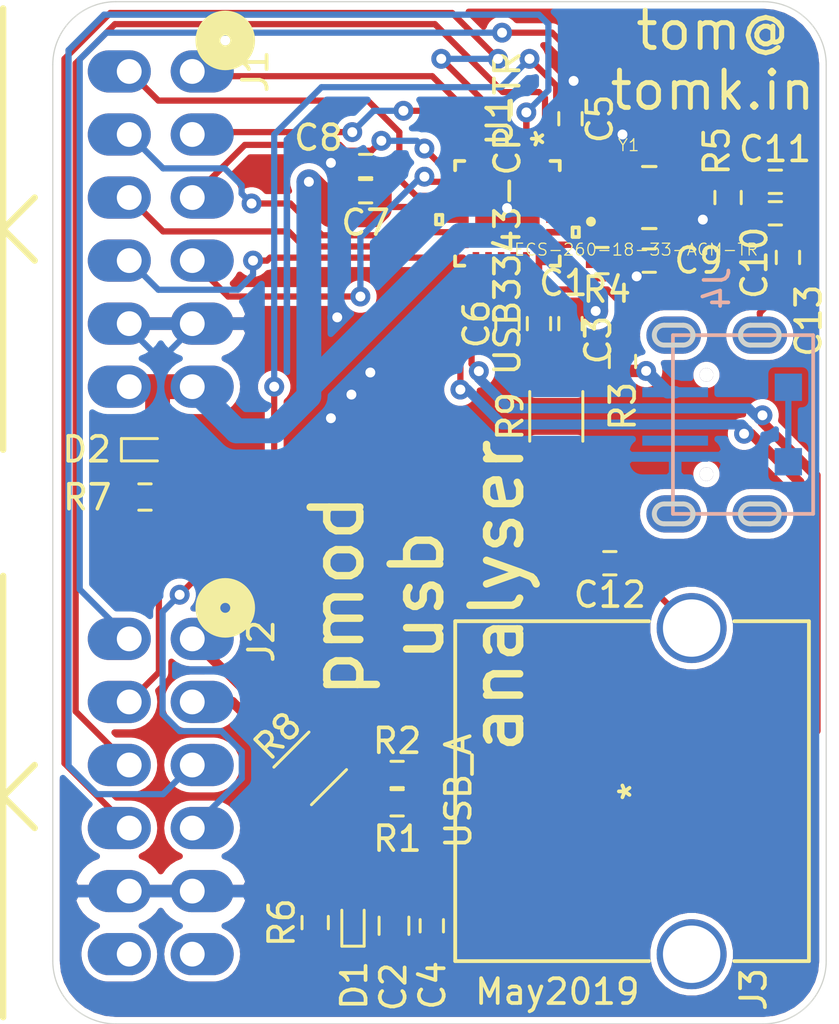
<source format=kicad_pcb>
(kicad_pcb (version 20171130) (host pcbnew 5.1.1)
  (layers (0 F.Cu signal) (31 B.Cu signal) (34 B.Paste user) (35 F.Paste user) (36 B.SilkS user) (37 F.SilkS user) (38 B.Mask user) (39 F.Mask user) (44 Edge.Cuts user))
  (net 0 "")
  (net 1 +3V3)
  (net 2 GND)
  (net 3 "Net-(D1-Pad1)")
  (net 4 "Net-(D2-Pad1)")
  (net 5 "Net-(J2-Pad2)")
  (net 6 USB_DP)
  (net 7 USB_DN)
  (net 8 /VBUS)
  (net 9 /VDD18)
  (net 10 /VDD33)
  (net 11 /ID)
  (net 12 /X0)
  (net 13 /XI)
  (net 14 /J3_SHIELD)
  (net 15 /J4_SHIELD)
  (net 16 /DATA3)
  (net 17 /DATA7)
  (net 18 /DATA2)
  (net 19 /DATA6)
  (net 20 /DATA1)
  (net 21 /DATA5)
  (net 22 /DATA0)
  (net 23 /DATA4)
  (net 24 /STP)
  (net 25 /CLKOUT)
  (net 26 /DIR)
  (net 27 /USER_LED)
  (net 28 /NXT)
  (net 29 /RESETB)
  (net 30 /VBUS_SENSE)
  (net 31 /RBIAS)
  (net 32 /USB_TAP_DP)
  (net 33 VBUS2)
  (net 34 /VBUS1)
  (module Resistors_SMD:R_1206 (layer F.Cu) (at 60.3885 55.806 90)
    (fp_text reference R9 (at 0 -1.85 90) (layer F.SilkS))
    (fp_text value R)
    (pad 1 smd rect (at -1.45 0 90) (size 0.9 1.7) (layers F.Cu F.Paste F.Mask) (net 34 /VBUS1))
    (pad 2 smd rect (at 1.45 0 90) (size 0.9 1.7) (layers F.Cu F.Paste F.Mask) (net 33 VBUS2))
  )
  (module Resistors_SMD:R_1206 (layer F.Cu) (at 50.473195 69.986305 45)
    (fp_text reference R8 (at 0 -1.85 45) (layer F.SilkS))
    (fp_text value R)
    (pad 1 smd rect (at -1.45 0 45) (size 0.9 1.7) (layers F.Cu F.Paste F.Mask) (net 8 /VBUS))
    (pad 2 smd rect (at 1.45 0 45) (size 0.9 1.7) (layers F.Cu F.Paste F.Mask) (net 34 /VBUS1))
  )
  (module 875832010BLF:87583-2010BLF (layer F.Cu) (at 63.454827 70.912155 90)
    (fp_text reference J3 (at -7.980245 4.883873 90) (layer F.SilkS))
    (fp_text value USB_A (at 0.008055 -7.012627 90) (layer F.SilkS))
    (fp_text user * (at 0 0 90) (layer F.SilkS))
    (pad 5 thru_hole circle (at 6.578055 2.387372 180) (size 2.8194 2.8194) (drill 2.3114) (layers *.Cu *.Mask) (net 14 /J3_SHIELD))
    (pad 5 thru_hole circle (at -6.561945 2.387372 180) (size 2.8194 2.8194) (drill 2.3114) (layers *.Cu *.Mask) (net 14 /J3_SHIELD))
    (pad 4 smd rect (at 3.508055 -1.221427 90) (size 1.12 2.879999) (layers F.Cu F.Paste F.Mask) (net 2 GND))
    (pad 3 smd rect (at 1.008056 -1.221427 90) (size 1.12 2.879999) (layers F.Cu F.Paste F.Mask) (net 6 USB_DP))
    (pad 2 smd rect (at -0.991945 -1.221427 90) (size 1.12 2.879999) (layers F.Cu F.Paste F.Mask) (net 7 USB_DN))
    (pad 1 smd rect (at -3.491945 -1.221427 90) (size 1.12 2.879999) (layers F.Cu F.Paste F.Mask) (net 8 /VBUS))
  )
  (module Capacitors_SMD:C_0402 (layer F.Cu) (at 62.5475 61.722 180)
    (fp_text reference C12 (at 0 -1.27) (layer F.SilkS))
    (fp_text value 0.1uF/6.3V)
    (pad 1 smd rect (at -0.55 0 180) (size 0.6 0.5) (layers F.Cu F.Paste F.Mask) (net 14 /J3_SHIELD))
    (pad 2 smd rect (at 0.55 0 180) (size 0.6 0.5) (layers F.Cu F.Paste F.Mask) (net 2 GND))
  )
  (module ECS-260-18-33-AGM-TR:XTAL_ECS-260-18-33-AGM-TR (layer F.Cu) (at 64.135 46.99)
    (fp_text reference Y1 (at -0.832512 -2.10913) (layer F.SilkS) (effects (font (size 0.480987 0.480987) (thickness 0.05))))
    (fp_text value ECS-260-18-33-AGM-TR (at -0.526667 2.09786) (layer F.SilkS) (effects (font (size 0.480609 0.480609) (thickness 0.05))))
    (pad 4 smd rect (at -1.15 -0.9) (size 1.3 1.1) (layers F.Cu F.Paste F.Mask) (net 2 GND))
    (pad 3 smd rect (at 1.15 -0.9) (size 1.3 1.1) (layers F.Cu F.Paste F.Mask) (net 13 /XI))
    (pad 2 smd rect (at 1.15 0.9) (size 1.3 1.1) (layers F.Cu F.Paste F.Mask) (net 2 GND))
    (pad 1 smd rect (at -1.15 0.9) (size 1.3 1.1) (layers F.Cu F.Paste F.Mask) (net 12 /X0))
  )
  (module footprints:USB3343-CP-TR (layer F.Cu) (at 58.42 47.625 270)
    (fp_text reference U1 (at -3.72872 0.30988 90) (layer F.SilkS))
    (fp_text value USB3343-CP-TR (at 0 0 90) (layer F.SilkS))
    (fp_text user * (at -3.005099 -1.524 90) (layer F.SilkS))
    (pad 25 smd rect (at 0 0 270) (size 2.5908 2.5908) (layers F.Cu F.Paste F.Mask) (net 2 GND))
    (pad 24 smd rect (at -1.27 -1.9661 270) (size 0.2648 0.807999) (layers F.Cu F.Paste F.Mask) (net 24 /STP))
    (pad 23 smd rect (at -0.762 -1.9661 270) (size 0.2648 0.807999) (layers F.Cu F.Paste F.Mask) (net 9 /VDD18))
    (pad 22 smd rect (at -0.254 -1.9661 270) (size 0.2648 0.807999) (layers F.Cu F.Paste F.Mask) (net 29 /RESETB))
    (pad 21 smd rect (at 0.254 -1.9661 270) (size 0.2648 0.807999) (layers F.Cu F.Paste F.Mask) (net 13 /XI))
    (pad 20 smd rect (at 0.762 -1.9661 270) (size 0.2648 0.807999) (layers F.Cu F.Paste F.Mask) (net 12 /X0))
    (pad 19 smd rect (at 1.27 -1.9661 270) (size 0.2648 0.807999) (layers F.Cu F.Paste F.Mask) (net 31 /RBIAS))
    (pad 18 smd rect (at 1.9661 -1.27) (size 0.2648 0.807999) (layers F.Cu F.Paste F.Mask) (net 11 /ID))
    (pad 17 smd rect (at 1.9661 -0.762) (size 0.2648 0.807999) (layers F.Cu F.Paste F.Mask) (net 30 /VBUS_SENSE))
    (pad 16 smd rect (at 1.9661 -0.254) (size 0.2648 0.807999) (layers F.Cu F.Paste F.Mask) (net 1 +3V3))
    (pad 15 smd rect (at 1.9661 0.254) (size 0.2648 0.807999) (layers F.Cu F.Paste F.Mask) (net 10 /VDD33))
    (pad 14 smd rect (at 1.9661 0.762) (size 0.2648 0.807999) (layers F.Cu F.Paste F.Mask) (net 7 USB_DN))
    (pad 13 smd rect (at 1.9661 1.27) (size 0.2648 0.807999) (layers F.Cu F.Paste F.Mask) (net 6 USB_DP))
    (pad 12 smd rect (at 1.27 1.9661 270) (size 0.2648 0.807999) (layers F.Cu F.Paste F.Mask) (net 17 /DATA7))
    (pad 11 smd rect (at 0.762 1.9661 270) (size 0.2648 0.807999) (layers F.Cu F.Paste F.Mask) (net 19 /DATA6))
    (pad 10 smd rect (at 0.254 1.9661 270) (size 0.2648 0.807999) (layers F.Cu F.Paste F.Mask) (net 21 /DATA5))
    (pad 9 smd rect (at -0.254 1.9661 270) (size 0.2648 0.807999) (layers F.Cu F.Paste F.Mask) (net 1 +3V3))
    (pad 8 smd rect (at -0.762 1.9661 270) (size 0.2648 0.807999) (layers F.Cu F.Paste F.Mask) (net 23 /DATA4))
    (pad 7 smd rect (at -1.27 1.9661 270) (size 0.2648 0.807999) (layers F.Cu F.Paste F.Mask) (net 16 /DATA3))
    (pad 6 smd rect (at -1.9661 1.27) (size 0.2648 0.807999) (layers F.Cu F.Paste F.Mask) (net 18 /DATA2))
    (pad 5 smd rect (at -1.9661 0.762) (size 0.2648 0.807999) (layers F.Cu F.Paste F.Mask) (net 20 /DATA1))
    (pad 4 smd rect (at -1.9661 0.254) (size 0.2648 0.807999) (layers F.Cu F.Paste F.Mask) (net 22 /DATA0))
    (pad 3 smd rect (at -1.9661 -0.254) (size 0.2648 0.807999) (layers F.Cu F.Paste F.Mask) (net 28 /NXT))
    (pad 2 smd rect (at -1.9661 -0.762) (size 0.2648 0.807999) (layers F.Cu F.Paste F.Mask) (net 25 /CLKOUT))
    (pad 1 smd rect (at -1.9661 -1.27) (size 0.2648 0.807999) (layers F.Cu F.Paste F.Mask) (net 26 /DIR))
  )
  (module Resistors_SMD:R_0402 (layer F.Cu) (at 43.815 59.055)
    (fp_text reference R7 (at -2.3241 0.0127) (layer F.SilkS))
    (fp_text value 330R)
    (pad 1 smd rect (at -0.45 0) (size 0.4 0.6) (layers F.Cu F.Paste F.Mask) (net 4 "Net-(D2-Pad1)"))
    (pad 2 smd rect (at 0.45 0) (size 0.4 0.6) (layers F.Cu F.Paste F.Mask) (net 27 /USER_LED))
  )
  (module Resistors_SMD:R_0402 (layer F.Cu) (at 50.673 76.2 90)
    (fp_text reference R6 (at 0 -1.35 90) (layer F.SilkS))
    (fp_text value 1K)
    (pad 1 smd rect (at -0.45 0 90) (size 0.4 0.6) (layers F.Cu F.Paste F.Mask) (net 3 "Net-(D1-Pad1)"))
    (pad 2 smd rect (at 0.45 0 90) (size 0.4 0.6) (layers F.Cu F.Paste F.Mask) (net 2 GND))
  )
  (module Resistors_SMD:R_0402 (layer F.Cu) (at 67.31 46.99 90)
    (fp_text reference R5 (at 1.87452 -0.4572 90) (layer F.SilkS))
    (fp_text value 1M)
    (pad 1 smd rect (at -0.45 0 90) (size 0.4 0.6) (layers F.Cu F.Paste F.Mask) (net 12 /X0))
    (pad 2 smd rect (at 0.45 0 90) (size 0.4 0.6) (layers F.Cu F.Paste F.Mask) (net 13 /XI))
  )
  (module Resistors_SMD:R_0402 (layer F.Cu) (at 62.23 49.53 180)
    (fp_text reference R4 (at -0.19304 -1.17348) (layer F.SilkS))
    (fp_text value 8k06/1%)
    (pad 1 smd rect (at -0.45 0 180) (size 0.4 0.6) (layers F.Cu F.Paste F.Mask) (net 2 GND))
    (pad 2 smd rect (at 0.45 0 180) (size 0.4 0.6) (layers F.Cu F.Paste F.Mask) (net 31 /RBIAS))
  )
  (module Resistors_SMD:R_0402 (layer F.Cu) (at 63.0555 53.594 270)
    (fp_text reference R3 (at 1.8034 -0.0127 90) (layer F.SilkS))
    (fp_text value 10k)
    (pad 1 smd rect (at -0.45 0 270) (size 0.4 0.6) (layers F.Cu F.Paste F.Mask) (net 30 /VBUS_SENSE))
    (pad 2 smd rect (at 0.45 0 270) (size 0.4 0.6) (layers F.Cu F.Paste F.Mask) (net 33 VBUS2))
  )
  (module Resistors_SMD:R_0402 (layer F.Cu) (at 53.975 70.231)
    (fp_text reference R2 (at 0 -1.35) (layer F.SilkS))
    (fp_text value 1k)
    (pad 1 smd rect (at -0.45 0) (size 0.4 0.6) (layers F.Cu F.Paste F.Mask) (net 32 /USB_TAP_DP))
    (pad 2 smd rect (at 0.45 0) (size 0.4 0.6) (layers F.Cu F.Paste F.Mask) (net 6 USB_DP))
  )
  (module Resistors_SMD:R_0402 (layer F.Cu) (at 53.975 71.374)
    (fp_text reference R1 (at 0.0127 1.4478) (layer F.SilkS))
    (fp_text value 1k)
    (pad 1 smd rect (at -0.45 0) (size 0.4 0.6) (layers F.Cu F.Paste F.Mask) (net 5 "Net-(J2-Pad2)"))
    (pad 2 smd rect (at 0.45 0) (size 0.4 0.6) (layers F.Cu F.Paste F.Mask) (net 7 USB_DN))
  )
  (module tom-connectors:USB_MICRO_TAOBAO_SMD_PTH (layer B.Cu) (at 70.739 56.134 270)
    (fp_text reference J4 (at -5.49148 3.87096 270) (layer B.SilkS) (effects (justify mirror)))
    (fp_text value USB_B_Micro hide)
    (fp_line (start 4 2.53) (end 4 1.77) (layer Edge.Cuts) (width 0.2))
    (fp_arc (start 3.6 6) (end 4 6) (angle 180) (layer Edge.Cuts) (width 0.2))
    (fp_line (start 4 6) (end 4 5.24) (layer Edge.Cuts) (width 0.2))
    (fp_line (start 3.2 6) (end 3.2 5.24) (layer Edge.Cuts) (width 0.2))
    (fp_arc (start 3.6 5.24) (end 4 5.24) (angle -180) (layer Edge.Cuts) (width 0.2))
    (fp_arc (start 3.6 2.53) (end 4 2.53) (angle 180) (layer Edge.Cuts) (width 0.2))
    (fp_arc (start 3.6 1.77) (end 4 1.77) (angle -180) (layer Edge.Cuts) (width 0.2))
    (fp_line (start 3.2 2.53) (end 3.2 1.77) (layer Edge.Cuts) (width 0.2))
    (fp_arc (start -3.6 2.53) (end -3.2 2.53) (angle 180) (layer Edge.Cuts) (width 0.2))
    (fp_line (start -3.2 2.53) (end -3.2 1.77) (layer Edge.Cuts) (width 0.2))
    (fp_line (start -4 2.53) (end -4 1.77) (layer Edge.Cuts) (width 0.2))
    (fp_arc (start -3.6 1.77) (end -3.2 1.77) (angle -180) (layer Edge.Cuts) (width 0.2))
    (fp_line (start -4 6) (end -4 5.24) (layer Edge.Cuts) (width 0.2))
    (fp_line (start -3.2 6) (end -3.2 5.24) (layer Edge.Cuts) (width 0.2))
    (fp_arc (start -3.6 5.24) (end -3.2 5.24) (angle -180) (layer Edge.Cuts) (width 0.2))
    (fp_arc (start -3.6 6) (end -3.2 6) (angle 180) (layer Edge.Cuts) (width 0.2))
    (pad 6 smd rect (at -1.5 1 270) (size 1.1 1.1) (layers B.Cu B.Paste B.Mask) (net 15 /J4_SHIELD))
    (pad 6 smd rect (at 1.5 1 270) (size 1.1 1.1) (layers B.Cu B.Paste B.Mask) (net 15 /J4_SHIELD))
    (pad 3 smd rect (at 0 5.56 270) (size 0.4 2.65) (layers B.Cu B.Paste B.Mask) (net 6 USB_DP))
    (pad LOCATE thru_hole circle (at -2 4.3 270) (size 0.55 0.55) (drill 0.55) (layers *.Cu *.Mask))
    (pad LOCATE thru_hole circle (at 2 4.3 270) (size 0.55 0.55) (drill 0.55) (layers *.Cu *.Mask))
    (pad 2 smd rect (at -0.65 5.56 270) (size 0.4 2.65) (layers B.Cu B.Paste B.Mask) (net 7 USB_DN))
    (pad 1 smd rect (at -1.3 5.56 270) (size 0.4 2.65) (layers B.Cu B.Paste B.Mask) (net 33 VBUS2))
    (pad 4 smd rect (at 0.65 5.56 270) (size 0.4 2.65) (layers B.Cu B.Paste B.Mask))
    (pad 5 smd rect (at 1.3 5.56 270) (size 0.4 2.65) (layers B.Cu B.Paste B.Mask) (net 2 GND))
    (pad 6 smd oval (at -3.6 2.15 270) (size 1.5 2.2) (layers B.Cu B.Mask) (net 15 /J4_SHIELD))
    (pad 6 smd oval (at 3.6 2.15 270) (size 1.5 2.2) (layers B.Cu B.Mask) (net 15 /J4_SHIELD))
    (pad 6 smd oval (at 3.6 5.62 270) (size 1.5 2.2) (layers B.Cu B.Mask) (net 15 /J4_SHIELD))
    (pad 6 smd oval (at -3.6 5.62 270) (size 1.5 2.2) (layers B.Cu B.Mask) (net 15 /J4_SHIELD))
    (pad 6 smd oval (at -3.6 5.62 270) (size 1.5 2.2) (layers F.Cu F.Mask) (net 15 /J4_SHIELD))
    (pad 6 smd oval (at -3.6 2.15 270) (size 1.5 2.2) (layers F.Cu F.Mask) (net 15 /J4_SHIELD))
    (pad 6 smd oval (at 3.6 5.62 270) (size 1.5 2.2) (layers F.Cu F.Mask) (net 15 /J4_SHIELD))
    (pad 6 smd oval (at 3.6 2.15 270) (size 1.5 2.2) (layers F.Cu F.Mask) (net 15 /J4_SHIELD))
  )
  (module tom-connectors:PMOD_2X6_PTH_RA_PLUG (layer F.Cu) (at 44.45 71.12 270)
    (fp_text reference J2 (at -6.25348 -4.05384 90) (layer F.SilkS))
    (fp_text value PMOD-2x6-MALE hide)
    (pad 6 thru_hole oval (at 6.35 -1.27 180) (size 2.54 1.7) (drill 1 (offset -0.4 0)) (layers *.Cu *.Mask))
    (pad 12 thru_hole oval (at 6.35 1.27 180) (size 2.54 1.7) (drill 1 (offset 0.4 0)) (layers *.Cu *.Mask))
    (pad 5 thru_hole oval (at 3.81 -1.27 180) (size 2.54 1.7) (drill 1 (offset -0.4 0)) (layers *.Cu *.Mask) (net 2 GND))
    (pad 11 thru_hole oval (at 3.81 1.27 180) (size 2.54 1.7) (drill 1 (offset 0.4 0)) (layers *.Cu *.Mask) (net 2 GND))
    (pad 4 thru_hole oval (at 1.27 -1.27 180) (size 2.54 1.7) (drill 1 (offset -0.4 0)) (layers *.Cu *.Mask) (net 24 /STP))
    (pad 10 thru_hole oval (at 1.27 1.27 180) (size 2.54 1.7) (drill 1 (offset 0.4 0)) (layers *.Cu *.Mask) (net 28 /NXT))
    (pad 3 thru_hole oval (at -1.27 -1.27 180) (size 2.54 1.7) (drill 1 (offset -0.4 0)) (layers *.Cu *.Mask) (net 25 /CLKOUT))
    (pad 9 thru_hole oval (at -1.27 1.27 180) (size 2.54 1.7) (drill 1 (offset 0.4 0)) (layers *.Cu *.Mask) (net 26 /DIR))
    (pad 2 thru_hole oval (at -3.81 -1.27 180) (size 2.54 1.7) (drill 1 (offset -0.4 0)) (layers *.Cu *.Mask) (net 5 "Net-(J2-Pad2)"))
    (pad 8 thru_hole oval (at -3.81 1.27 180) (size 2.54 1.7) (drill 1 (offset 0.4 0)) (layers *.Cu *.Mask) (net 27 /USER_LED))
    (pad 1 thru_hole oval (at -6.35 -1.27 180) (size 2.54 1.7) (drill 1 (offset -0.4 0)) (layers *.Cu *.Mask) (net 32 /USB_TAP_DP))
    (pad 7 thru_hole oval (at -6.35 1.27 180) (size 2.54 1.7) (drill 1 (offset 0.4 0)) (layers *.Cu *.Mask) (net 29 /RESETB))
  )
  (module tom-connectors:PMOD_2X6_PTH_RA_PLUG (layer F.Cu) (at 44.45 48.26 270)
    (fp_text reference J1 (at -6.35 -3.81 90) (layer F.SilkS))
    (fp_text value PMOD-2x6-MALE hide)
    (pad 6 thru_hole oval (at 6.35 -1.27 180) (size 2.54 1.7) (drill 1 (offset -0.4 0)) (layers *.Cu *.Mask) (net 1 +3V3))
    (pad 12 thru_hole oval (at 6.35 1.27 180) (size 2.54 1.7) (drill 1 (offset 0.4 0)) (layers *.Cu *.Mask) (net 1 +3V3))
    (pad 5 thru_hole oval (at 3.81 -1.27 180) (size 2.54 1.7) (drill 1 (offset -0.4 0)) (layers *.Cu *.Mask) (net 2 GND))
    (pad 11 thru_hole oval (at 3.81 1.27 180) (size 2.54 1.7) (drill 1 (offset 0.4 0)) (layers *.Cu *.Mask) (net 2 GND))
    (pad 4 thru_hole oval (at 1.27 -1.27 180) (size 2.54 1.7) (drill 1 (offset -0.4 0)) (layers *.Cu *.Mask) (net 16 /DATA3))
    (pad 10 thru_hole oval (at 1.27 1.27 180) (size 2.54 1.7) (drill 1 (offset 0.4 0)) (layers *.Cu *.Mask) (net 17 /DATA7))
    (pad 3 thru_hole oval (at -1.27 -1.27 180) (size 2.54 1.7) (drill 1 (offset -0.4 0)) (layers *.Cu *.Mask) (net 18 /DATA2))
    (pad 9 thru_hole oval (at -1.27 1.27 180) (size 2.54 1.7) (drill 1 (offset 0.4 0)) (layers *.Cu *.Mask) (net 19 /DATA6))
    (pad 2 thru_hole oval (at -3.81 -1.27 180) (size 2.54 1.7) (drill 1 (offset -0.4 0)) (layers *.Cu *.Mask) (net 20 /DATA1))
    (pad 8 thru_hole oval (at -3.81 1.27 180) (size 2.54 1.7) (drill 1 (offset 0.4 0)) (layers *.Cu *.Mask) (net 21 /DATA5))
    (pad 1 thru_hole oval (at -6.35 -1.27 180) (size 2.54 1.7) (drill 1 (offset -0.4 0)) (layers *.Cu *.Mask) (net 22 /DATA0))
    (pad 7 thru_hole oval (at -6.35 1.27 180) (size 2.54 1.7) (drill 1 (offset 0.4 0)) (layers *.Cu *.Mask) (net 23 /DATA4))
  )
  (module LEDs:LED_0402 (layer F.Cu) (at 43.815 57.15)
    (fp_text reference D2 (at -2.3495 -0.0127) (layer F.SilkS))
    (fp_text value LED)
    (pad 2 smd rect (at 0.55 0 180) (size 0.6 0.7) (layers F.Cu F.Paste F.Mask) (net 1 +3V3))
    (pad 1 smd rect (at -0.55 0 180) (size 0.6 0.7) (layers F.Cu F.Paste F.Mask) (net 4 "Net-(D2-Pad1)"))
  )
  (module LEDs:LED_0402 (layer F.Cu) (at 52.197 76.2 90)
    (fp_text reference D1 (at -2.5273 0.0508 90) (layer F.SilkS))
    (fp_text value LED)
    (pad 2 smd rect (at 0.55 0 270) (size 0.6 0.7) (layers F.Cu F.Paste F.Mask) (net 8 /VBUS))
    (pad 1 smd rect (at -0.55 0 270) (size 0.6 0.7) (layers F.Cu F.Paste F.Mask) (net 3 "Net-(D1-Pad1)"))
  )
  (module Capacitors_SMD:C_0402 (layer F.Cu) (at 69.723 49.403 90)
    (fp_text reference C13 (at -2.55016 0.83312 90) (layer F.SilkS))
    (fp_text value 0.1uF/6.3V)
    (pad 1 smd rect (at -0.55 0 90) (size 0.6 0.5) (layers F.Cu F.Paste F.Mask) (net 15 /J4_SHIELD))
    (pad 2 smd rect (at 0.55 0 90) (size 0.6 0.5) (layers F.Cu F.Paste F.Mask) (net 2 GND))
  )
  (module Capacitors_SMD:C_0402 (layer F.Cu) (at 69.215 46.355)
    (fp_text reference C11 (at -0.01016 -1.31572) (layer F.SilkS))
    (fp_text value 18pF)
    (pad 1 smd rect (at -0.55 0) (size 0.6 0.5) (layers F.Cu F.Paste F.Mask) (net 13 /XI))
    (pad 2 smd rect (at 0.55 0) (size 0.6 0.5) (layers F.Cu F.Paste F.Mask) (net 2 GND))
  )
  (module Capacitors_SMD:C_0402 (layer F.Cu) (at 69.215 47.625)
    (fp_text reference C10 (at -0.84328 1.99644 90) (layer F.SilkS))
    (fp_text value 18pF)
    (pad 1 smd rect (at -0.55 0) (size 0.6 0.5) (layers F.Cu F.Paste F.Mask) (net 12 /X0))
    (pad 2 smd rect (at 0.55 0) (size 0.6 0.5) (layers F.Cu F.Paste F.Mask) (net 2 GND))
  )
  (module Capacitors_SMD:C_0402 (layer F.Cu) (at 64.135 49.53 180)
    (fp_text reference C9 (at -1.99136 0) (layer F.SilkS))
    (fp_text value 0.1uF)
    (pad 1 smd rect (at -0.55 0 180) (size 0.6 0.5) (layers F.Cu F.Paste F.Mask) (net 11 /ID))
    (pad 2 smd rect (at 0.55 0 180) (size 0.6 0.5) (layers F.Cu F.Paste F.Mask) (net 2 GND))
  )
  (module Capacitors_SMD:C_0402 (layer F.Cu) (at 52.705 45.72 180)
    (fp_text reference C8 (at 1.89992 1.13792) (layer F.SilkS))
    (fp_text value 1uF)
    (pad 1 smd rect (at -0.55 0 180) (size 0.6 0.5) (layers F.Cu F.Paste F.Mask) (net 1 +3V3))
    (pad 2 smd rect (at 0.55 0 180) (size 0.6 0.5) (layers F.Cu F.Paste F.Mask) (net 2 GND))
  )
  (module Capacitors_SMD:C_0402 (layer F.Cu) (at 52.705 46.736 180)
    (fp_text reference C7 (at 0 -1.27) (layer F.SilkS))
    (fp_text value 0.1uF)
    (pad 1 smd rect (at -0.55 0 180) (size 0.6 0.5) (layers F.Cu F.Paste F.Mask) (net 1 +3V3))
    (pad 2 smd rect (at 0.55 0 180) (size 0.6 0.5) (layers F.Cu F.Paste F.Mask) (net 2 GND))
  )
  (module Capacitors_SMD:C_0402 (layer F.Cu) (at 58.42 52.07 270)
    (fp_text reference C6 (at 0.0127 1.2446 90) (layer F.SilkS))
    (fp_text value 1uF)
    (pad 1 smd rect (at -0.55 0 270) (size 0.6 0.5) (layers F.Cu F.Paste F.Mask) (net 10 /VDD33))
    (pad 2 smd rect (at 0.55 0 270) (size 0.6 0.5) (layers F.Cu F.Paste F.Mask) (net 2 GND))
  )
  (module Capacitors_SMD:C_0402 (layer F.Cu) (at 60.96 43.815 90)
    (fp_text reference C5 (at -0.00508 1.18364 90) (layer F.SilkS))
    (fp_text value 1uF)
    (pad 1 smd rect (at -0.55 0 90) (size 0.6 0.5) (layers F.Cu F.Paste F.Mask) (net 9 /VDD18))
    (pad 2 smd rect (at 0.55 0 90) (size 0.6 0.5) (layers F.Cu F.Paste F.Mask) (net 2 GND))
  )
  (module Capacitors_SMD:C_0402 (layer F.Cu) (at 55.372 76.327 270)
    (fp_text reference C4 (at 2.4003 -0.0254 90) (layer F.SilkS))
    (fp_text value 1uF)
    (pad 1 smd rect (at -0.55 0 270) (size 0.6 0.5) (layers F.Cu F.Paste F.Mask) (net 8 /VBUS))
    (pad 2 smd rect (at 0.55 0 270) (size 0.6 0.5) (layers F.Cu F.Paste F.Mask) (net 2 GND))
  )
  (module Capacitors_SMD:C_0402 (layer F.Cu) (at 60.96 52.07 270)
    (fp_text reference C3 (at 0.6604 -1.1176 270) (layer F.SilkS))
    (fp_text value 0.1uF)
    (pad 1 smd rect (at -0.55 0 270) (size 0.6 0.5) (layers F.Cu F.Paste F.Mask) (net 1 +3V3))
    (pad 2 smd rect (at 0.55 0 270) (size 0.6 0.5) (layers F.Cu F.Paste F.Mask) (net 2 GND))
  )
  (module Capacitors_SMD:C_0603 (layer F.Cu) (at 53.848 76.327 270)
    (fp_text reference C2 (at 2.4638 0.0254 90) (layer F.SilkS))
    (fp_text value 10uF)
    (pad 2 smd rect (at 0.75 0 270) (size 0.8 0.75) (layers F.Cu F.Paste F.Mask) (net 2 GND))
    (pad 1 smd rect (at -0.75 0 270) (size 0.8 0.75) (layers F.Cu F.Paste F.Mask) (net 8 /VBUS))
  )
  (module Capacitors_SMD:C_0402 (layer F.Cu) (at 59.69 52.07 270)
    (fp_text reference C1 (at -1.63576 -0.98552 180) (layer F.SilkS))
    (fp_text value 0.1uF)
    (pad 1 smd rect (at -0.55 0 270) (size 0.6 0.5) (layers F.Cu F.Paste F.Mask) (net 1 +3V3))
    (pad 2 smd rect (at 0.55 0 270) (size 0.6 0.5) (layers F.Cu F.Paste F.Mask) (net 2 GND))
  )
  (gr_text May2019 (at 60.43168 78.98384) (layer F.SilkS) (effects (font (size 1 1))))
  (gr_text "tom@\ntomk.in" (at 66.68516 41.46804) (layer F.SilkS) (effects (font (size 1.5 1.5) (thickness 0.2))))
  (gr_text "pmod\nusb\nanalyser" (at 54.78272 63.03264 90) (layer F.SilkS) (effects (font (size 2 2) (thickness 0.3))))
  (gr_arc (start 68.725 77.74) (end 68.725 80.28) (angle -90) (layer Edge.Cuts) (width 0.05))
  (gr_line (start 71.264 77.74) (end 71.264 41.64) (layer Edge.Cuts) (width 0.05))
  (gr_arc (start 68.725 41.64) (end 68.725 39.1) (angle 90) (layer Edge.Cuts) (width 0.05))
  (gr_line (start 42.64 80.28) (end 68.725 80.28) (layer Edge.Cuts) (width 0.05))
  (gr_line (start 42.64 39.1) (end 68.725 39.1) (layer Edge.Cuts) (width 0.05))
  (gr_line (start 40.1 41.64) (end 40.1 77.74) (layer Edge.Cuts) (width 0.05))
  (gr_arc (start 42.64 41.64) (end 42.64 39.1) (angle -90) (layer Edge.Cuts) (width 0.05))
  (gr_arc (start 42.64 77.74) (end 40.1 77.74) (angle -90) (layer Edge.Cuts) (width 0.05))
  (segment (start 59.69 51.47) (end 59.69 51.52) (width 0.25) (layer F.Cu) (net 1))
  (segment (start 58.674 50.454) (end 59.69 51.47) (width 0.25) (layer F.Cu) (net 1))
  (segment (start 58.674 49.5911) (end 58.674 50.454) (width 0.25) (layer F.Cu) (net 1))
  (segment (start 60.96 51.52) (end 59.69 51.52) (width 0.25) (layer F.Cu) (net 1))
  (segment (start 53.255 47.236) (end 53.255 46.736) (width 0.25) (layer F.Cu) (net 1))
  (segment (start 56.4539 47.371) (end 53.39 47.371) (width 0.25) (layer F.Cu) (net 1))
  (segment (start 53.39 47.371) (end 53.255 47.236) (width 0.25) (layer F.Cu) (net 1))
  (segment (start 53.255 46.736) (end 53.255 45.72) (width 0.25) (layer F.Cu) (net 1))
  (segment (start 43.18 54.61) (end 45.72 54.61) (width 1) (layer F.Cu) (net 1))
  (segment (start 44.365 55.8) (end 44.323 55.758) (width 1) (layer F.Cu) (net 1))
  (segment (start 44.365 57.15) (end 44.365 55.8) (width 1) (layer F.Cu) (net 1))
  (segment (start 44.323 55.758) (end 44.323 54.61) (width 1) (layer F.Cu) (net 1))
  (segment (start 44.323 54.61) (end 43.18 54.61) (width 1) (layer F.Cu) (net 1))
  (segment (start 45.72 54.61) (end 46.192045 54.61) (width 1) (layer B.Cu) (net 1))
  (segment (start 50.419 54.61) (end 50.419 46.355) (width 1) (layer B.Cu) (net 1))
  (via (at 50.419 46.355) (size 0.8) (drill 0.4) (layers F.Cu B.Cu) (net 1))
  (segment (start 53.255 47.446002) (end 53.255 46.736) (width 1) (layer F.Cu) (net 1))
  (segment (start 53.015001 47.686001) (end 53.255 47.446002) (width 1) (layer F.Cu) (net 1))
  (segment (start 51.294999 47.686001) (end 53.015001 47.686001) (width 1) (layer F.Cu) (net 1))
  (segment (start 50.818999 47.210001) (end 51.294999 47.686001) (width 1) (layer F.Cu) (net 1))
  (segment (start 50.419 46.355) (end 50.818999 46.754999) (width 1) (layer F.Cu) (net 1))
  (segment (start 50.818999 46.754999) (end 50.818999 47.210001) (width 1) (layer F.Cu) (net 1))
  (segment (start 61.934 51.52) (end 61.976 51.562) (width 1) (layer F.Cu) (net 1))
  (segment (start 60.96 51.52) (end 61.934 51.52) (width 1) (layer F.Cu) (net 1))
  (segment (start 61.976 51.562) (end 61.976 51.519999) (width 1) (layer F.Cu) (net 1))
  (segment (start 59.493685 48.514) (end 56.515 48.514) (width 1) (layer B.Cu) (net 1))
  (segment (start 56.515 48.514) (end 50.419 54.61) (width 1) (layer B.Cu) (net 1))
  (via (at 61.976 51.562) (size 0.8) (drill 0.4) (layers F.Cu B.Cu) (net 1))
  (segment (start 61.976 50.996315) (end 59.493685 48.514) (width 1) (layer B.Cu) (net 1))
  (segment (start 61.976 51.562) (end 61.976 50.996315) (width 1) (layer B.Cu) (net 1))
  (segment (start 50.419 54.61) (end 50.419 54.991) (width 1) (layer B.Cu) (net 1))
  (segment (start 50.419 54.991) (end 49.022 56.388) (width 1) (layer B.Cu) (net 1))
  (segment (start 47.498 56.388) (end 45.72 54.61) (width 1) (layer B.Cu) (net 1))
  (segment (start 49.022 56.388) (end 47.498 56.388) (width 1) (layer B.Cu) (net 1))
  (via (at 66.294 47.879) (size 0.8) (drill 0.4) (layers F.Cu B.Cu) (net 2))
  (segment (start 65.285 47.89) (end 66.283 47.89) (width 0.25) (layer F.Cu) (net 2))
  (segment (start 66.283 47.89) (end 66.294 47.879) (width 0.25) (layer F.Cu) (net 2))
  (via (at 61.087 42.291) (size 0.8) (drill 0.4) (layers F.Cu B.Cu) (net 2))
  (segment (start 60.96 42.418) (end 61.087 42.291) (width 0.25) (layer F.Cu) (net 2))
  (segment (start 60.96 43.265) (end 60.96 42.418) (width 0.25) (layer F.Cu) (net 2))
  (segment (start 62.68 49.53) (end 63.585 49.53) (width 0.25) (layer F.Cu) (net 2))
  (via (at 63.627 50.165) (size 0.8) (drill 0.4) (layers F.Cu B.Cu) (net 2))
  (segment (start 63.585 50.123) (end 63.627 50.165) (width 0.25) (layer F.Cu) (net 2))
  (segment (start 63.585 49.53) (end 63.585 50.123) (width 0.25) (layer F.Cu) (net 2))
  (segment (start 52.155 46.736) (end 52.155 45.72) (width 0.25) (layer F.Cu) (net 2))
  (segment (start 51.435 45.72) (end 51.308 45.593) (width 0.25) (layer F.Cu) (net 2))
  (via (at 51.308 45.593) (size 0.8) (drill 0.4) (layers F.Cu B.Cu) (net 2))
  (segment (start 52.155 45.72) (end 51.435 45.72) (width 0.25) (layer F.Cu) (net 2))
  (via (at 58.403995 47.41399) (size 0.8) (drill 0.4) (layers F.Cu B.Cu) (net 2))
  (segment (start 61.069 52.729) (end 60.96 52.62) (width 0.25) (layer F.Cu) (net 2))
  (via (at 51.562 51.816) (size 0.8) (drill 0.4) (layers F.Cu B.Cu) (net 2))
  (via (at 51.308 55.88) (size 0.8) (drill 0.4) (layers F.Cu B.Cu) (net 2))
  (via (at 52.8955 54.0385) (size 0.8) (drill 0.4) (layers F.Cu B.Cu) (net 2))
  (via (at 52.1335 54.9275) (size 0.8) (drill 0.4) (layers F.Cu B.Cu) (net 2))
  (segment (start 43.18 52.07) (end 43.18 52.2605) (width 0.25) (layer B.Cu) (net 2))
  (segment (start 43.18 52.2605) (end 44.45 53.5305) (width 0.25) (layer B.Cu) (net 2))
  (segment (start 45.72 52.2605) (end 45.72 52.07) (width 0.25) (layer B.Cu) (net 2))
  (segment (start 44.45 53.5305) (end 45.72 52.2605) (width 0.25) (layer B.Cu) (net 2))
  (via (at 63.0555 44.45) (size 0.8) (drill 0.4) (layers F.Cu B.Cu) (net 2))
  (segment (start 53.494 76.75) (end 53.594 76.65) (width 0.25) (layer F.Cu) (net 2))
  (segment (start 50.773 76.75) (end 50.673 76.65) (width 0.25) (layer F.Cu) (net 3))
  (segment (start 52.197 76.75) (end 50.773 76.75) (width 0.25) (layer F.Cu) (net 3))
  (segment (start 43.365 57.25) (end 43.265 57.15) (width 0.25) (layer F.Cu) (net 4))
  (segment (start 43.365 59.055) (end 43.365 57.25) (width 0.25) (layer F.Cu) (net 4))
  (segment (start 47.340761 67.31) (end 45.72 67.31) (width 0.4) (layer F.Cu) (net 5))
  (segment (start 51.158261 71.1275) (end 47.340761 67.31) (width 0.4) (layer F.Cu) (net 5))
  (segment (start 52.828499 71.1275) (end 51.158261 71.1275) (width 0.4) (layer F.Cu) (net 5))
  (segment (start 53.525 71.374) (end 53.074999 71.374) (width 0.4) (layer F.Cu) (net 5))
  (segment (start 53.074999 71.374) (end 52.828499 71.1275) (width 0.4) (layer F.Cu) (net 5))
  (segment (start 61.2434 70.894099) (end 60.4334 70.894099) (width 0.5) (layer F.Cu) (net 6))
  (segment (start 62.2334 69.904099) (end 61.2434 70.894099) (width 0.5) (layer F.Cu) (net 6))
  (segment (start 60.4334 70.894099) (end 60.123399 71.2041) (width 0.5) (layer F.Cu) (net 6))
  (segment (start 60.123399 71.2041) (end 55.3981 71.2041) (width 0.5) (layer F.Cu) (net 6))
  (segment (start 55.3981 71.2041) (end 54.425 70.231) (width 0.5) (layer F.Cu) (net 6))
  (segment (start 56.807612 54.727232) (end 56.524768 54.727232) (width 0.4) (layer B.Cu) (net 6))
  (segment (start 58.21438 56.134) (end 56.807612 54.727232) (width 0.4) (layer B.Cu) (net 6))
  (segment (start 65.179 56.134) (end 58.21438 56.134) (width 0.4) (layer B.Cu) (net 6))
  (via (at 56.524768 54.727232) (size 0.8) (drill 0.4) (layers F.Cu B.Cu) (net 6))
  (segment (start 65.068401 70.5791) (end 67.80228 70.5791) (width 0.4) (layer F.Cu) (net 6))
  (segment (start 62.2334 69.904099) (end 64.3934 69.904099) (width 0.4) (layer F.Cu) (net 6))
  (segment (start 64.3934 69.904099) (end 65.068401 70.5791) (width 0.4) (layer F.Cu) (net 6))
  (segment (start 67.80228 70.5791) (end 70.19 68.19138) (width 0.4) (layer F.Cu) (net 6))
  (segment (start 70.19 68.19138) (end 70.19 58.45762) (width 0.4) (layer F.Cu) (net 6))
  (segment (start 68.237612 56.505232) (end 67.954768 56.505232) (width 0.4) (layer F.Cu) (net 6))
  (segment (start 70.19 58.45762) (end 68.237612 56.505232) (width 0.4) (layer F.Cu) (net 6))
  (via (at 67.954768 56.505232) (size 0.8) (drill 0.4) (layers F.Cu B.Cu) (net 6))
  (segment (start 67.86638 56.134) (end 65.179 56.134) (width 0.4) (layer B.Cu) (net 6))
  (segment (start 67.954768 56.505232) (end 67.954768 56.222388) (width 0.4) (layer B.Cu) (net 6))
  (segment (start 67.954768 56.222388) (end 67.86638 56.134) (width 0.4) (layer B.Cu) (net 6))
  (segment (start 57.15 50.1971) (end 57.15 49.5911) (width 0.25) (layer F.Cu) (net 6))
  (segment (start 56.524768 51.234032) (end 57.179 50.5798) (width 0.25) (layer F.Cu) (net 6))
  (segment (start 57.179 50.2261) (end 57.15 50.1971) (width 0.25) (layer F.Cu) (net 6))
  (segment (start 57.179 50.5798) (end 57.179 50.2261) (width 0.25) (layer F.Cu) (net 6))
  (segment (start 56.524768 54.727232) (end 56.524768 51.234032) (width 0.25) (layer F.Cu) (net 6))
  (segment (start 55.10815 71.9041) (end 54.57805 71.374) (width 0.5) (layer F.Cu) (net 7))
  (segment (start 54.57805 71.374) (end 54.425 71.374) (width 0.5) (layer F.Cu) (net 7))
  (segment (start 62.2334 71.9041) (end 55.10815 71.9041) (width 0.5) (layer F.Cu) (net 7))
  (segment (start 57.267232 54.267612) (end 57.267232 53.984768) (width 0.4) (layer B.Cu) (net 7))
  (segment (start 58.48362 55.484) (end 57.267232 54.267612) (width 0.4) (layer B.Cu) (net 7))
  (segment (start 65.179 55.484) (end 58.48362 55.484) (width 0.4) (layer B.Cu) (net 7))
  (via (at 57.267232 53.984768) (size 0.8) (drill 0.4) (layers F.Cu B.Cu) (net 7))
  (segment (start 62.2334 71.9041) (end 64.3934 71.9041) (width 0.4) (layer F.Cu) (net 7))
  (segment (start 65.068401 71.229099) (end 68.071521 71.229099) (width 0.4) (layer F.Cu) (net 7))
  (segment (start 64.3934 71.9041) (end 65.068401 71.229099) (width 0.4) (layer F.Cu) (net 7))
  (segment (start 68.071521 71.229099) (end 70.84 68.46062) (width 0.4) (layer F.Cu) (net 7))
  (segment (start 70.84 68.46062) (end 70.84 58.18838) (width 0.4) (layer F.Cu) (net 7))
  (segment (start 70.84 58.18838) (end 68.697232 56.045612) (width 0.4) (layer F.Cu) (net 7))
  (segment (start 68.697232 56.045612) (end 68.697232 55.762768) (width 0.4) (layer F.Cu) (net 7))
  (via (at 68.697232 55.762768) (size 0.8) (drill 0.4) (layers F.Cu B.Cu) (net 7))
  (segment (start 68.13562 55.484) (end 65.179 55.484) (width 0.4) (layer B.Cu) (net 7))
  (segment (start 68.414388 55.762768) (end 68.13562 55.484) (width 0.4) (layer B.Cu) (net 7))
  (segment (start 68.697232 55.762768) (end 68.414388 55.762768) (width 0.4) (layer B.Cu) (net 7))
  (segment (start 57.658 50.1971) (end 57.658 49.5911) (width 0.25) (layer F.Cu) (net 7))
  (segment (start 57.629 50.2261) (end 57.658 50.1971) (width 0.25) (layer F.Cu) (net 7))
  (segment (start 57.629 50.7662) (end 57.629 50.2261) (width 0.25) (layer F.Cu) (net 7))
  (segment (start 56.974768 53.692304) (end 56.974768 51.420432) (width 0.25) (layer F.Cu) (net 7))
  (segment (start 56.974768 51.420432) (end 57.629 50.7662) (width 0.25) (layer F.Cu) (net 7))
  (segment (start 57.267232 53.984768) (end 56.974768 53.692304) (width 0.25) (layer F.Cu) (net 7))
  (segment (start 49.44789 71.748006) (end 52.103984 74.4041) (width 0.5) (layer F.Cu) (net 8))
  (segment (start 49.44789 71.01161) (end 49.44789 71.748006) (width 0.5) (layer F.Cu) (net 8))
  (segment (start 52.197 75.65) (end 52.197 74.422) (width 0.5) (layer F.Cu) (net 8))
  (segment (start 59.4539 74.4041) (end 62.2334 74.4041) (width 0.5) (layer F.Cu) (net 8))
  (segment (start 55.372 74.422) (end 55.372 75.777) (width 0.5) (layer F.Cu) (net 8))
  (segment (start 55.3899 74.4041) (end 55.372 74.422) (width 0.5) (layer F.Cu) (net 8))
  (segment (start 55.3899 74.4041) (end 59.4539 74.4041) (width 0.5) (layer F.Cu) (net 8))
  (segment (start 53.848 74.422) (end 53.848 75.577) (width 0.5) (layer F.Cu) (net 8))
  (segment (start 53.8659 74.4041) (end 53.848 74.422) (width 0.5) (layer F.Cu) (net 8))
  (segment (start 52.103984 74.4041) (end 53.8659 74.4041) (width 0.5) (layer F.Cu) (net 8))
  (segment (start 53.8659 74.4041) (end 55.3899 74.4041) (width 0.5) (layer F.Cu) (net 8))
  (segment (start 61.115101 46.747401) (end 61.115101 45.070101) (width 0.25) (layer F.Cu) (net 9))
  (segment (start 61.050101 46.812401) (end 61.115101 46.747401) (width 0.25) (layer F.Cu) (net 9))
  (segment (start 60.3861 46.812401) (end 61.050101 46.812401) (width 0.25) (layer F.Cu) (net 9))
  (segment (start 60.3861 46.863) (end 60.3861 46.812401) (width 0.25) (layer F.Cu) (net 9))
  (segment (start 61.115101 45.070101) (end 60.96 44.915) (width 0.25) (layer F.Cu) (net 9))
  (segment (start 60.96 44.915) (end 60.96 44.365) (width 0.25) (layer F.Cu) (net 9))
  (segment (start 58.166 51.266) (end 58.42 51.52) (width 0.25) (layer F.Cu) (net 10))
  (segment (start 58.166 49.5911) (end 58.166 51.266) (width 0.25) (layer F.Cu) (net 10))
  (segment (start 63.278998 50.890002) (end 63.975002 50.890002) (width 0.25) (layer F.Cu) (net 11))
  (segment (start 59.69 49.5911) (end 60.0724 49.5911) (width 0.25) (layer F.Cu) (net 11))
  (segment (start 60.0724 49.5911) (end 60.726278 50.244978) (width 0.25) (layer F.Cu) (net 11))
  (segment (start 64.685 50.180004) (end 64.685 49.53) (width 0.25) (layer F.Cu) (net 11))
  (segment (start 62.633974 50.244978) (end 63.278998 50.890002) (width 0.25) (layer F.Cu) (net 11))
  (segment (start 63.975002 50.890002) (end 64.685 50.180004) (width 0.25) (layer F.Cu) (net 11))
  (segment (start 60.726278 50.244978) (end 62.633974 50.244978) (width 0.25) (layer F.Cu) (net 11))
  (segment (start 62.488 48.387) (end 62.985 47.89) (width 0.25) (layer F.Cu) (net 12))
  (segment (start 60.3861 48.387) (end 62.488 48.387) (width 0.25) (layer F.Cu) (net 12))
  (segment (start 67.31 47.89) (end 67.31 47.44) (width 0.25) (layer F.Cu) (net 12))
  (segment (start 66.434999 48.765001) (end 67.31 47.89) (width 0.25) (layer F.Cu) (net 12))
  (segment (start 63.960001 48.765001) (end 66.434999 48.765001) (width 0.25) (layer F.Cu) (net 12))
  (segment (start 63.085 47.89) (end 63.960001 48.765001) (width 0.25) (layer F.Cu) (net 12))
  (segment (start 62.985 47.89) (end 63.085 47.89) (width 0.25) (layer F.Cu) (net 12))
  (segment (start 68.48 47.44) (end 68.665 47.625) (width 0.25) (layer F.Cu) (net 12))
  (segment (start 67.31 47.44) (end 68.48 47.44) (width 0.25) (layer F.Cu) (net 12))
  (segment (start 66.86 46.09) (end 67.31 46.54) (width 0.25) (layer F.Cu) (net 13))
  (segment (start 65.285 46.09) (end 66.86 46.09) (width 0.25) (layer F.Cu) (net 13))
  (segment (start 68.48 46.54) (end 68.665 46.355) (width 0.25) (layer F.Cu) (net 13))
  (segment (start 67.31 46.54) (end 68.48 46.54) (width 0.25) (layer F.Cu) (net 13))
  (segment (start 61.256324 47.879) (end 62.170323 46.965001) (width 0.25) (layer F.Cu) (net 13))
  (segment (start 62.170323 46.965001) (end 64.309999 46.965001) (width 0.25) (layer F.Cu) (net 13))
  (segment (start 60.3861 47.879) (end 61.256324 47.879) (width 0.25) (layer F.Cu) (net 13))
  (segment (start 65.185 46.09) (end 65.285 46.09) (width 0.25) (layer F.Cu) (net 13))
  (segment (start 64.309999 46.965001) (end 65.185 46.09) (width 0.25) (layer F.Cu) (net 13))
  (segment (start 63.230099 61.722) (end 63.0975 61.722) (width 0.25) (layer F.Cu) (net 14))
  (segment (start 65.842199 64.3341) (end 63.230099 61.722) (width 0.25) (layer F.Cu) (net 14))
  (segment (start 69.739 57.634) (end 69.739 54.634) (width 0.25) (layer B.Cu) (net 15))
  (segment (start 68.589 51.637) (end 68.589 51.70899) (width 0.25) (layer F.Cu) (net 15))
  (segment (start 69.723 49.953) (end 69.723 50.503) (width 0.25) (layer F.Cu) (net 15))
  (segment (start 69.723 50.503) (end 68.589 51.637) (width 0.25) (layer F.Cu) (net 15))
  (segment (start 55.280333 46.355) (end 55.074756 46.149423) (width 0.25) (layer F.Cu) (net 16))
  (segment (start 56.4539 46.355) (end 55.280333 46.355) (width 0.25) (layer F.Cu) (net 16))
  (via (at 55.074756 46.149423) (size 0.8) (drill 0.4) (layers F.Cu B.Cu) (net 16))
  (via (at 52.49553 50.977819) (size 0.8) (drill 0.4) (layers F.Cu B.Cu) (net 16))
  (segment (start 52.49553 48.59647) (end 52.49553 50.977819) (width 0.25) (layer B.Cu) (net 16))
  (segment (start 54.991 46.101) (end 52.49553 48.59647) (width 0.25) (layer B.Cu) (net 16))
  (segment (start 47.167819 50.977819) (end 52.49553 50.977819) (width 0.25) (layer F.Cu) (net 16))
  (segment (start 45.72 49.53) (end 47.167819 50.977819) (width 0.25) (layer F.Cu) (net 16))
  (via (at 48.16999 49.53) (size 0.8) (drill 0.4) (layers F.Cu B.Cu) (net 17))
  (segment (start 48.16999 50.095685) (end 48.16999 49.53) (width 0.25) (layer B.Cu) (net 17))
  (segment (start 44.35501 50.70501) (end 47.560665 50.70501) (width 0.25) (layer B.Cu) (net 17))
  (segment (start 43.18 49.53) (end 44.35501 50.70501) (width 0.25) (layer B.Cu) (net 17))
  (segment (start 47.560665 50.70501) (end 48.16999 50.095685) (width 0.25) (layer B.Cu) (net 17))
  (segment (start 48.735675 49.53) (end 48.16999 49.53) (width 0.25) (layer F.Cu) (net 17))
  (segment (start 55.799901 48.895) (end 55.283867 49.411034) (width 0.25) (layer F.Cu) (net 17))
  (segment (start 48.854641 49.411034) (end 48.735675 49.53) (width 0.25) (layer F.Cu) (net 17))
  (segment (start 55.283867 49.411034) (end 48.854641 49.411034) (width 0.25) (layer F.Cu) (net 17))
  (segment (start 56.4539 48.895) (end 55.799901 48.895) (width 0.25) (layer F.Cu) (net 17))
  (segment (start 46.99 45.72) (end 45.72 46.99) (width 0.25) (layer F.Cu) (net 18))
  (via (at 53.34 44.704) (size 0.8) (drill 0.4) (layers F.Cu B.Cu) (net 18))
  (via (at 55.074756 45.015489) (size 0.8) (drill 0.4) (layers F.Cu B.Cu) (net 18))
  (segment (start 53.34 44.704) (end 54.763267 44.704) (width 0.25) (layer B.Cu) (net 18))
  (segment (start 54.763267 44.704) (end 55.074756 45.015489) (width 0.25) (layer B.Cu) (net 18))
  (segment (start 55.718167 45.6589) (end 55.074756 45.015489) (width 0.25) (layer F.Cu) (net 18))
  (segment (start 57.15 45.6589) (end 55.718167 45.6589) (width 0.25) (layer F.Cu) (net 18))
  (segment (start 51.892003 45.103999) (end 51.656002 44.867998) (width 0.25) (layer F.Cu) (net 18))
  (segment (start 53.34 44.704) (end 52.940001 45.103999) (width 0.25) (layer F.Cu) (net 18))
  (segment (start 47.842002 44.867998) (end 45.72 46.99) (width 0.25) (layer F.Cu) (net 18))
  (segment (start 52.940001 45.103999) (end 51.892003 45.103999) (width 0.25) (layer F.Cu) (net 18))
  (segment (start 51.656002 44.867998) (end 47.842002 44.867998) (width 0.25) (layer F.Cu) (net 18))
  (segment (start 53.543131 48.961023) (end 50.205872 48.961023) (width 0.25) (layer F.Cu) (net 19))
  (segment (start 56.4539 48.387) (end 54.117153 48.387) (width 0.25) (layer F.Cu) (net 19))
  (segment (start 50.205872 48.961023) (end 49.599839 48.35499) (width 0.25) (layer F.Cu) (net 19))
  (segment (start 44.54499 48.35499) (end 43.18 46.99) (width 0.25) (layer F.Cu) (net 19))
  (segment (start 54.117153 48.387) (end 53.543131 48.961023) (width 0.25) (layer F.Cu) (net 19))
  (segment (start 49.599839 48.35499) (end 44.54499 48.35499) (width 0.25) (layer F.Cu) (net 19))
  (segment (start 57.658 45.004901) (end 56.147904 43.494805) (width 0.25) (layer F.Cu) (net 20))
  (segment (start 56.147904 43.494805) (end 54.229126 43.494805) (width 0.25) (layer F.Cu) (net 20))
  (via (at 54.229126 43.494805) (size 0.8) (drill 0.4) (layers F.Cu B.Cu) (net 20))
  (segment (start 57.658 45.6589) (end 57.658 45.004901) (width 0.25) (layer F.Cu) (net 20))
  (via (at 52.16853 44.355207) (size 0.8) (drill 0.4) (layers F.Cu B.Cu) (net 20))
  (segment (start 45.814793 44.355207) (end 52.16853 44.355207) (width 0.25) (layer F.Cu) (net 20))
  (segment (start 53.028932 43.494805) (end 52.16853 44.355207) (width 0.25) (layer B.Cu) (net 20))
  (segment (start 54.229126 43.494805) (end 53.028932 43.494805) (width 0.25) (layer B.Cu) (net 20))
  (segment (start 45.72 44.45) (end 45.814793 44.355207) (width 0.25) (layer F.Cu) (net 20))
  (segment (start 43.18 44.45) (end 44.54499 45.81499) (width 0.25) (layer B.Cu) (net 21))
  (via (at 48.109845 47.230165) (size 0.8) (drill 0.4) (layers F.Cu B.Cu) (net 21))
  (segment (start 47.709846 46.498131) (end 47.709846 46.830166) (width 0.25) (layer B.Cu) (net 21))
  (segment (start 47.709846 46.830166) (end 48.109845 47.230165) (width 0.25) (layer B.Cu) (net 21))
  (segment (start 44.54499 45.81499) (end 47.026705 45.81499) (width 0.25) (layer B.Cu) (net 21))
  (segment (start 47.026705 45.81499) (end 47.709846 46.498131) (width 0.25) (layer B.Cu) (net 21))
  (segment (start 49.672422 47.230165) (end 48.109845 47.230165) (width 0.25) (layer F.Cu) (net 21))
  (segment (start 56.4539 47.879) (end 53.988743 47.879) (width 0.25) (layer F.Cu) (net 21))
  (segment (start 50.953269 48.511012) (end 49.672422 47.230165) (width 0.25) (layer F.Cu) (net 21))
  (segment (start 53.356731 48.511012) (end 50.953269 48.511012) (width 0.25) (layer F.Cu) (net 21))
  (segment (start 53.988743 47.879) (end 53.356731 48.511012) (width 0.25) (layer F.Cu) (net 21))
  (segment (start 58.166 45.6589) (end 58.166 44.876491) (width 0.25) (layer F.Cu) (net 22))
  (segment (start 58.166 44.876491) (end 55.391261 42.101752) (width 0.25) (layer F.Cu) (net 22))
  (segment (start 55.391261 42.101752) (end 45.911752 42.101752) (width 0.25) (layer F.Cu) (net 22))
  (segment (start 45.911752 42.101752) (end 45.72 41.91) (width 0.25) (layer F.Cu) (net 22))
  (segment (start 54.065001 44.355999) (end 52.794012 43.08501) (width 0.25) (layer F.Cu) (net 23))
  (segment (start 56.4539 46.863) (end 55.799901 46.863) (width 0.25) (layer F.Cu) (net 23))
  (segment (start 54.737985 46.920989) (end 54.065001 46.248005) (width 0.25) (layer F.Cu) (net 23))
  (segment (start 44.35501 43.08501) (end 43.18 41.91) (width 0.25) (layer F.Cu) (net 23))
  (segment (start 55.741912 46.920989) (end 54.737985 46.920989) (width 0.25) (layer F.Cu) (net 23))
  (segment (start 52.794012 43.08501) (end 44.35501 43.08501) (width 0.25) (layer F.Cu) (net 23))
  (segment (start 55.799901 46.863) (end 55.741912 46.920989) (width 0.25) (layer F.Cu) (net 23))
  (segment (start 54.065001 46.248005) (end 54.065001 44.355999) (width 0.25) (layer F.Cu) (net 23))
  (segment (start 47.71501 70.39499) (end 47.71501 69.30501) (width 0.25) (layer B.Cu) (net 24))
  (segment (start 45.72 72.39) (end 47.71501 70.39499) (width 0.25) (layer B.Cu) (net 24))
  (via (at 45.212 62.992) (size 0.8) (drill 0.4) (layers F.Cu B.Cu) (net 24))
  (segment (start 44.52499 63.67901) (end 45.212 62.992) (width 0.25) (layer B.Cu) (net 24))
  (segment (start 44.52499 67.796705) (end 44.52499 63.67901) (width 0.25) (layer B.Cu) (net 24))
  (segment (start 45.213295 68.48501) (end 44.52499 67.796705) (width 0.25) (layer B.Cu) (net 24))
  (segment (start 47.71501 69.30501) (end 46.89501 68.48501) (width 0.25) (layer B.Cu) (net 24))
  (segment (start 46.89501 68.48501) (end 45.213295 68.48501) (width 0.25) (layer B.Cu) (net 24))
  (via (at 59.309 41.402) (size 0.8) (drill 0.4) (layers F.Cu B.Cu) (net 24))
  (segment (start 60.3861 45.9726) (end 60.3861 46.355) (width 0.25) (layer F.Cu) (net 24))
  (segment (start 60.384999 45.971499) (end 60.3861 45.9726) (width 0.25) (layer F.Cu) (net 24))
  (segment (start 60.384999 42.477999) (end 60.384999 45.971499) (width 0.25) (layer F.Cu) (net 24))
  (segment (start 59.309 41.402) (end 60.384999 42.477999) (width 0.25) (layer F.Cu) (net 24))
  (segment (start 49.022 59.182) (end 45.212 62.992) (width 0.25) (layer F.Cu) (net 24))
  (segment (start 49.022 54.61) (end 49.022 44.45) (width 0.25) (layer B.Cu) (net 24))
  (via (at 49.022 54.61) (size 0.8) (drill 0.4) (layers F.Cu B.Cu) (net 24))
  (segment (start 49.022 44.45) (end 50.927 42.545) (width 0.25) (layer B.Cu) (net 24))
  (segment (start 50.927 42.545) (end 58.166 42.545) (width 0.25) (layer B.Cu) (net 24))
  (segment (start 58.166 42.545) (end 59.309 41.402) (width 0.25) (layer B.Cu) (net 24))
  (segment (start 49.022 54.61) (end 49.022 59.182) (width 0.25) (layer F.Cu) (net 24))
  (segment (start 45.72 69.85) (end 44.54499 71.02501) (width 0.25) (layer B.Cu) (net 25))
  (segment (start 59.182 45.6589) (end 59.182 43.500608) (width 0.25) (layer F.Cu) (net 25))
  (segment (start 42.164 39.624) (end 59.69 39.624) (width 0.25) (layer B.Cu) (net 25))
  (segment (start 44.54499 71.02501) (end 41.873295 71.02501) (width 0.25) (layer B.Cu) (net 25))
  (segment (start 40.734979 69.886694) (end 40.734979 41.053021) (width 0.25) (layer B.Cu) (net 25))
  (segment (start 40.734979 41.053021) (end 42.164 39.624) (width 0.25) (layer B.Cu) (net 25))
  (segment (start 41.873295 71.02501) (end 40.734979 69.886694) (width 0.25) (layer B.Cu) (net 25))
  (segment (start 59.69 39.624) (end 60.071 40.005) (width 0.25) (layer B.Cu) (net 25))
  (segment (start 60.071 40.005) (end 60.071 42.672) (width 0.25) (layer B.Cu) (net 25))
  (segment (start 60.071 42.672) (end 59.182 43.561) (width 0.25) (layer B.Cu) (net 25))
  (segment (start 59.182 43.561) (end 59.182 45.6589) (width 0.25) (layer F.Cu) (net 25))
  (via (at 59.182 43.561) (size 0.8) (drill 0.4) (layers F.Cu B.Cu) (net 25))
  (segment (start 59.69 45.004901) (end 59.934988 44.759913) (width 0.25) (layer F.Cu) (net 26))
  (segment (start 59.69 42.741009) (end 58.235009 42.741009) (width 0.25) (layer F.Cu) (net 26))
  (segment (start 41.021 67.691) (end 43.18 69.85) (width 0.25) (layer F.Cu) (net 26))
  (segment (start 59.69 45.6589) (end 59.69 45.004901) (width 0.25) (layer F.Cu) (net 26))
  (segment (start 42.603285 40.005) (end 41.021 41.587285) (width 0.25) (layer F.Cu) (net 26))
  (segment (start 41.021 41.587285) (end 41.021 67.691) (width 0.25) (layer F.Cu) (net 26))
  (segment (start 55.499 40.005) (end 42.603285 40.005) (width 0.25) (layer F.Cu) (net 26))
  (segment (start 58.235009 42.741009) (end 55.499 40.005) (width 0.25) (layer F.Cu) (net 26))
  (segment (start 59.934988 42.985997) (end 59.69 42.741009) (width 0.25) (layer F.Cu) (net 26))
  (segment (start 59.934988 44.759913) (end 59.934988 42.985997) (width 0.25) (layer F.Cu) (net 26))
  (segment (start 44.265 59.605) (end 44.265 59.055) (width 0.25) (layer F.Cu) (net 27))
  (segment (start 44.37501 59.71501) (end 44.265 59.605) (width 0.25) (layer F.Cu) (net 27))
  (segment (start 44.37501 66.11499) (end 44.37501 59.71501) (width 0.25) (layer F.Cu) (net 27))
  (segment (start 43.18 67.31) (end 44.37501 66.11499) (width 0.25) (layer F.Cu) (net 27))
  (via (at 55.753 41.402) (size 0.8) (drill 0.4) (layers F.Cu B.Cu) (net 28))
  (segment (start 58.674 45.6589) (end 58.674 44.323) (width 0.25) (layer F.Cu) (net 28))
  (segment (start 58.674 44.323) (end 55.753 41.402) (width 0.25) (layer F.Cu) (net 28))
  (via (at 58.039 41.402) (size 0.8) (drill 0.4) (layers F.Cu B.Cu) (net 28))
  (segment (start 55.753 41.402) (end 58.039 41.402) (width 0.25) (layer B.Cu) (net 28))
  (segment (start 56.191989 39.554989) (end 42.416885 39.554989) (width 0.25) (layer F.Cu) (net 28))
  (segment (start 58.039 41.402) (end 56.191989 39.554989) (width 0.25) (layer F.Cu) (net 28))
  (segment (start 40.570989 41.400885) (end 40.570989 69.780989) (width 0.25) (layer F.Cu) (net 28))
  (segment (start 40.570989 69.780989) (end 43.18 72.39) (width 0.25) (layer F.Cu) (net 28))
  (segment (start 42.416885 39.554989) (end 40.570989 41.400885) (width 0.25) (layer F.Cu) (net 28))
  (via (at 58.20299 40.34901) (size 0.8) (drill 0.4) (layers F.Cu B.Cu) (net 29))
  (segment (start 42.259275 40.34901) (end 58.20299 40.34901) (width 0.25) (layer B.Cu) (net 29))
  (segment (start 43.18 64.77) (end 41.18499 62.77499) (width 0.25) (layer B.Cu) (net 29))
  (segment (start 41.18499 41.423295) (end 42.259275 40.34901) (width 0.25) (layer B.Cu) (net 29))
  (segment (start 41.18499 62.77499) (end 41.18499 41.423295) (width 0.25) (layer B.Cu) (net 29))
  (segment (start 60.218014 40.34901) (end 58.20299 40.34901) (width 0.25) (layer F.Cu) (net 29))
  (segment (start 61.812002 46.686911) (end 61.812002 41.942998) (width 0.25) (layer F.Cu) (net 29))
  (segment (start 61.812002 41.942998) (end 60.218014 40.34901) (width 0.25) (layer F.Cu) (net 29))
  (segment (start 61.127913 47.371) (end 61.812002 46.686911) (width 0.25) (layer F.Cu) (net 29))
  (segment (start 60.3861 47.371) (end 61.127913 47.371) (width 0.25) (layer F.Cu) (net 29))
  (segment (start 59.182 49.5911) (end 59.182 50.245099) (width 0.25) (layer F.Cu) (net 30))
  (segment (start 59.182 50.245099) (end 59.63189 50.694989) (width 0.25) (layer F.Cu) (net 30))
  (segment (start 59.63189 50.694989) (end 62.447574 50.694989) (width 0.25) (layer F.Cu) (net 30))
  (segment (start 63.0555 53.144) (end 63.0555 51.308) (width 0.25) (layer F.Cu) (net 30))
  (segment (start 63.0555 51.308) (end 62.484 50.7365) (width 0.25) (layer F.Cu) (net 30))
  (segment (start 61.145 48.895) (end 61.78 49.53) (width 0.25) (layer F.Cu) (net 31))
  (segment (start 60.3861 48.895) (end 61.145 48.895) (width 0.25) (layer F.Cu) (net 31))
  (segment (start 47.057771 66.05999) (end 47.00999 66.05999) (width 0.4) (layer F.Cu) (net 32))
  (segment (start 53.074999 70.231) (end 52.828499 70.4775) (width 0.4) (layer F.Cu) (net 32))
  (segment (start 53.525 70.231) (end 53.074999 70.231) (width 0.4) (layer F.Cu) (net 32))
  (segment (start 52.828499 70.4775) (end 51.4275 70.4775) (width 0.4) (layer F.Cu) (net 32))
  (segment (start 51.4275 70.4775) (end 47.79001 66.84001) (width 0.4) (layer F.Cu) (net 32))
  (segment (start 47.00999 66.05999) (end 45.72 64.77) (width 0.4) (layer F.Cu) (net 32))
  (segment (start 47.79001 66.84001) (end 47.79001 66.792229) (width 0.4) (layer F.Cu) (net 32))
  (segment (start 47.79001 66.792229) (end 47.057771 66.05999) (width 0.4) (layer F.Cu) (net 32))
  (via (at 64.008 53.975) (size 0.8) (drill 0.4) (layers F.Cu B.Cu) (net 33))
  (segment (start 65.179 54.834) (end 64.867 54.834) (width 0.5) (layer B.Cu) (net 33))
  (segment (start 64.867 54.834) (end 64.008 53.975) (width 0.5) (layer B.Cu) (net 33))
  (segment (start 63.1245 53.975) (end 63.0555 54.044) (width 0.5) (layer F.Cu) (net 33))
  (segment (start 64.008 53.975) (end 63.1245 53.975) (width 0.5) (layer F.Cu) (net 33))
  (segment (start 60.7005 54.044) (end 60.3885 54.356) (width 0.5) (layer F.Cu) (net 33))
  (segment (start 63.0555 54.044) (end 60.7005 54.044) (width 0.5) (layer F.Cu) (net 33))
  (segment (start 60.3885 60.071) (end 51.4985 68.961) (width 0.5) (layer F.Cu) (net 34))
  (segment (start 60.3885 57.256) (end 60.3885 60.071) (width 0.5) (layer F.Cu) (net 34))
  (zone (net 2) (net_name GND) (layer F.Cu) (connect_pads (clearance 0.254)) (min_thickness 0.254) (fill yes (arc_segments 32) (thermal_gap 0.508) (thermal_bridge_width 0.508))
    (polygon (pts (xy 40.132 39.116) (xy 71.247 39.116) (xy 71.247 80.264) (xy 40.132 80.264)))
  )
  (zone (net 2) (net_name GND) (layer B.Cu) (connect_pads (clearance 0.254)) (min_thickness 0.254) (fill yes (arc_segments 32) (thermal_gap 0.508) (thermal_bridge_width 0.508))
    (polygon (pts (xy 40.132 39.116) (xy 71.247 39.116) (xy 71.247 80.264) (xy 40.132 80.264)))
  )
)
</source>
